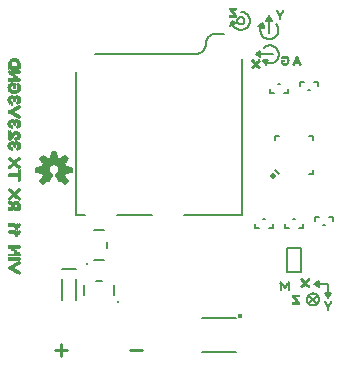
<source format=gbo>
G75*
%MOIN*%
%OFA0B0*%
%FSLAX25Y25*%
%IPPOS*%
%LPD*%
%AMOC8*
5,1,8,0,0,1.08239X$1,22.5*
%
%ADD10C,0.00800*%
%ADD11C,0.01000*%
%ADD12C,0.00591*%
%ADD13C,0.01000*%
%ADD14C,0.01575*%
%ADD15R,0.00354X0.00118*%
%ADD16R,0.00591X0.00157*%
%ADD17R,0.00709X0.00157*%
%ADD18R,0.00827X0.00118*%
%ADD19R,0.00945X0.00118*%
%ADD20R,0.01063X0.00118*%
%ADD21R,0.01063X0.00157*%
%ADD22R,0.02008X0.00157*%
%ADD23R,0.01772X0.00118*%
%ADD24R,0.01535X0.00118*%
%ADD25R,0.01299X0.00118*%
%ADD26R,0.01654X0.00118*%
%ADD27R,0.01890X0.00157*%
%ADD28R,0.02126X0.00118*%
%ADD29R,0.00472X0.00118*%
%ADD30R,0.00236X0.00118*%
%ADD31R,0.00709X0.00118*%
%ADD32R,0.00945X0.00157*%
%ADD33R,0.01299X0.00157*%
%ADD34R,0.01181X0.00118*%
%ADD35R,0.00827X0.00157*%
%ADD36R,0.00591X0.00118*%
%ADD37R,0.01890X0.00118*%
%ADD38R,0.02362X0.00157*%
%ADD39R,0.02480X0.00118*%
%ADD40R,0.02244X0.00118*%
%ADD41R,0.02480X0.00157*%
%ADD42R,0.02362X0.00118*%
%ADD43R,0.01417X0.00157*%
%ADD44R,0.00118X0.00118*%
%ADD45R,0.01417X0.00118*%
%ADD46R,0.02008X0.00118*%
%ADD47R,0.01772X0.00157*%
%ADD48R,0.01535X0.00157*%
%ADD49R,0.02717X0.00118*%
%ADD50R,0.02953X0.00157*%
%ADD51R,0.01181X0.00157*%
%ADD52R,0.03425X0.00118*%
%ADD53C,0.02000*%
%ADD54R,0.00157X0.00315*%
%ADD55R,0.00157X0.00157*%
%ADD56R,0.00157X0.00787*%
%ADD57R,0.00157X0.00945*%
%ADD58R,0.00157X0.01102*%
%ADD59R,0.00157X0.01260*%
%ADD60R,0.00157X0.01417*%
%ADD61R,0.00157X0.01575*%
%ADD62R,0.00157X0.01732*%
%ADD63R,0.00157X0.01890*%
%ADD64R,0.00157X0.02047*%
%ADD65R,0.00157X0.02205*%
%ADD66R,0.00157X0.02362*%
%ADD67R,0.00157X0.00630*%
%ADD68R,0.00157X0.02677*%
%ADD69R,0.00157X0.02992*%
%ADD70R,0.00157X0.02520*%
%ADD71R,0.00157X0.00472*%
%ADD72R,0.00157X0.02835*%
%ADD73R,0.00157X0.03150*%
%ADD74R,0.00157X0.03307*%
%ADD75R,0.00157X0.03465*%
%ADD76R,0.00157X0.03937*%
%ADD77R,0.00157X0.04094*%
%ADD78R,0.00157X0.03780*%
D10*
X0179128Y0096457D02*
X0179128Y0103543D01*
X0184049Y0103543D02*
X0184049Y0096457D01*
X0186588Y0098309D02*
X0186588Y0101691D01*
X0190532Y0102791D02*
X0192645Y0102791D01*
X0196588Y0101691D02*
X0196588Y0098309D01*
X0184049Y0106969D02*
X0179128Y0106969D01*
X0189898Y0110000D02*
X0193279Y0110000D01*
X0194379Y0113943D02*
X0194379Y0116057D01*
X0193279Y0120000D02*
X0189898Y0120000D01*
X0186844Y0125000D02*
X0184088Y0125000D01*
X0184088Y0172638D01*
X0190388Y0178543D02*
X0223458Y0178543D01*
X0223584Y0178548D01*
X0223709Y0178557D01*
X0223834Y0178570D01*
X0223958Y0178587D01*
X0224082Y0178607D01*
X0224205Y0178631D01*
X0224327Y0178659D01*
X0224448Y0178691D01*
X0224568Y0178727D01*
X0224687Y0178766D01*
X0224805Y0178809D01*
X0224921Y0178856D01*
X0225036Y0178906D01*
X0225150Y0178960D01*
X0225261Y0179018D01*
X0225371Y0179078D01*
X0225478Y0179143D01*
X0225584Y0179210D01*
X0225688Y0179281D01*
X0225789Y0179355D01*
X0225888Y0179432D01*
X0225985Y0179512D01*
X0226079Y0179595D01*
X0226170Y0179680D01*
X0226259Y0179769D01*
X0226344Y0179860D01*
X0226427Y0179954D01*
X0226507Y0180051D01*
X0226584Y0180150D01*
X0226658Y0180251D01*
X0226729Y0180355D01*
X0226796Y0180461D01*
X0226861Y0180568D01*
X0226921Y0180678D01*
X0226979Y0180789D01*
X0227033Y0180903D01*
X0227083Y0181018D01*
X0227130Y0181134D01*
X0227173Y0181252D01*
X0227212Y0181371D01*
X0227248Y0181491D01*
X0227280Y0181612D01*
X0227308Y0181734D01*
X0227332Y0181857D01*
X0227352Y0181981D01*
X0227369Y0182105D01*
X0227382Y0182230D01*
X0227391Y0182355D01*
X0227396Y0182481D01*
X0227396Y0182480D02*
X0227390Y0182581D01*
X0227388Y0182681D01*
X0227390Y0182782D01*
X0227396Y0182882D01*
X0227406Y0182982D01*
X0227420Y0183082D01*
X0227438Y0183181D01*
X0227460Y0183279D01*
X0227485Y0183376D01*
X0227514Y0183473D01*
X0227547Y0183568D01*
X0227584Y0183661D01*
X0227625Y0183753D01*
X0227669Y0183844D01*
X0227716Y0183933D01*
X0227767Y0184019D01*
X0227821Y0184104D01*
X0227879Y0184187D01*
X0227939Y0184267D01*
X0228003Y0184344D01*
X0228070Y0184420D01*
X0228140Y0184492D01*
X0228212Y0184562D01*
X0228288Y0184629D01*
X0228365Y0184693D01*
X0228445Y0184753D01*
X0228528Y0184811D01*
X0228613Y0184865D01*
X0228699Y0184916D01*
X0228788Y0184963D01*
X0228879Y0185007D01*
X0228971Y0185048D01*
X0229064Y0185085D01*
X0229159Y0185118D01*
X0229256Y0185147D01*
X0229353Y0185172D01*
X0229451Y0185194D01*
X0229550Y0185212D01*
X0229650Y0185226D01*
X0229750Y0185236D01*
X0229850Y0185242D01*
X0229951Y0185244D01*
X0230051Y0185242D01*
X0230152Y0185236D01*
X0230151Y0185236D02*
X0233301Y0185236D01*
X0235388Y0188000D02*
X0235888Y0189700D01*
X0237188Y0188800D01*
X0235388Y0188000D01*
X0235988Y0188400D02*
X0236288Y0188800D01*
X0236388Y0189200D02*
X0235888Y0189200D01*
X0235888Y0189700D02*
X0235890Y0189591D01*
X0235896Y0189483D01*
X0235906Y0189374D01*
X0235919Y0189267D01*
X0235937Y0189159D01*
X0235959Y0189053D01*
X0235984Y0188947D01*
X0236013Y0188842D01*
X0236046Y0188739D01*
X0236083Y0188636D01*
X0236123Y0188535D01*
X0236167Y0188436D01*
X0236215Y0188338D01*
X0236266Y0188242D01*
X0236321Y0188148D01*
X0236379Y0188056D01*
X0236440Y0187966D01*
X0236504Y0187879D01*
X0236572Y0187793D01*
X0236642Y0187711D01*
X0236716Y0187631D01*
X0236792Y0187553D01*
X0236872Y0187479D01*
X0236953Y0187407D01*
X0237038Y0187338D01*
X0237125Y0187273D01*
X0237214Y0187211D01*
X0237305Y0187152D01*
X0237398Y0187096D01*
X0237494Y0187044D01*
X0237591Y0186995D01*
X0237690Y0186950D01*
X0237790Y0186908D01*
X0237892Y0186870D01*
X0237995Y0186836D01*
X0238100Y0186805D01*
X0238205Y0186779D01*
X0238312Y0186756D01*
X0238419Y0186737D01*
X0238526Y0186722D01*
X0238635Y0186711D01*
X0238743Y0186704D01*
X0238852Y0186700D01*
X0238960Y0186701D01*
X0239069Y0186705D01*
X0239178Y0186714D01*
X0239286Y0186726D01*
X0239393Y0186743D01*
X0239500Y0186763D01*
X0239606Y0186787D01*
X0239711Y0186815D01*
X0239815Y0186847D01*
X0239918Y0186882D01*
X0240019Y0186921D01*
X0240119Y0186964D01*
X0240218Y0187011D01*
X0240314Y0187061D01*
X0240409Y0187114D01*
X0240502Y0187171D01*
X0240592Y0187231D01*
X0240681Y0187294D01*
X0240767Y0187361D01*
X0240850Y0187431D01*
X0240931Y0187503D01*
X0241009Y0187579D01*
X0241085Y0187657D01*
X0241157Y0187738D01*
X0241227Y0187821D01*
X0241294Y0187907D01*
X0241357Y0187996D01*
X0241417Y0188086D01*
X0241474Y0188179D01*
X0241527Y0188274D01*
X0241577Y0188370D01*
X0241624Y0188469D01*
X0241667Y0188569D01*
X0241706Y0188670D01*
X0241741Y0188773D01*
X0241773Y0188877D01*
X0241801Y0188982D01*
X0241825Y0189088D01*
X0241845Y0189195D01*
X0241862Y0189302D01*
X0241874Y0189410D01*
X0241883Y0189519D01*
X0241887Y0189628D01*
X0241888Y0189736D01*
X0241884Y0189845D01*
X0241877Y0189953D01*
X0241866Y0190062D01*
X0241851Y0190169D01*
X0241832Y0190276D01*
X0241809Y0190383D01*
X0241783Y0190488D01*
X0241752Y0190593D01*
X0241718Y0190696D01*
X0241680Y0190798D01*
X0241638Y0190898D01*
X0241593Y0190997D01*
X0241544Y0191094D01*
X0241492Y0191190D01*
X0241436Y0191283D01*
X0241377Y0191374D01*
X0241315Y0191463D01*
X0241250Y0191550D01*
X0241181Y0191635D01*
X0241109Y0191716D01*
X0241035Y0191796D01*
X0240957Y0191872D01*
X0240877Y0191946D01*
X0240795Y0192016D01*
X0240709Y0192084D01*
X0240622Y0192148D01*
X0240532Y0192209D01*
X0240440Y0192267D01*
X0240346Y0192322D01*
X0240250Y0192373D01*
X0240152Y0192421D01*
X0240053Y0192465D01*
X0239952Y0192505D01*
X0239849Y0192542D01*
X0239746Y0192575D01*
X0239641Y0192604D01*
X0239535Y0192629D01*
X0239429Y0192651D01*
X0239321Y0192669D01*
X0239214Y0192682D01*
X0239105Y0192692D01*
X0238997Y0192698D01*
X0238888Y0192700D01*
X0237688Y0189700D02*
X0237690Y0189769D01*
X0237696Y0189838D01*
X0237706Y0189906D01*
X0237720Y0189974D01*
X0237737Y0190041D01*
X0237759Y0190107D01*
X0237784Y0190171D01*
X0237813Y0190234D01*
X0237846Y0190295D01*
X0237882Y0190354D01*
X0237921Y0190411D01*
X0237964Y0190465D01*
X0238009Y0190517D01*
X0238058Y0190567D01*
X0238109Y0190613D01*
X0238163Y0190656D01*
X0238220Y0190697D01*
X0238278Y0190733D01*
X0238339Y0190767D01*
X0238401Y0190797D01*
X0238465Y0190823D01*
X0238530Y0190845D01*
X0238597Y0190864D01*
X0238665Y0190879D01*
X0238733Y0190890D01*
X0238802Y0190897D01*
X0238871Y0190900D01*
X0238940Y0190899D01*
X0239009Y0190894D01*
X0239077Y0190885D01*
X0239145Y0190872D01*
X0239212Y0190855D01*
X0239279Y0190835D01*
X0239343Y0190810D01*
X0239406Y0190782D01*
X0239468Y0190751D01*
X0239527Y0190715D01*
X0239585Y0190677D01*
X0239640Y0190635D01*
X0239693Y0190590D01*
X0239743Y0190542D01*
X0239790Y0190492D01*
X0239834Y0190438D01*
X0239875Y0190383D01*
X0239913Y0190325D01*
X0239947Y0190265D01*
X0239978Y0190203D01*
X0240005Y0190139D01*
X0240028Y0190074D01*
X0240048Y0190008D01*
X0240064Y0189940D01*
X0240076Y0189872D01*
X0240084Y0189804D01*
X0240088Y0189735D01*
X0240088Y0189665D01*
X0240084Y0189596D01*
X0240076Y0189528D01*
X0240064Y0189460D01*
X0240048Y0189392D01*
X0240028Y0189326D01*
X0240005Y0189261D01*
X0239978Y0189197D01*
X0239947Y0189135D01*
X0239913Y0189075D01*
X0239875Y0189017D01*
X0239834Y0188962D01*
X0239790Y0188908D01*
X0239743Y0188858D01*
X0239693Y0188810D01*
X0239640Y0188765D01*
X0239585Y0188723D01*
X0239527Y0188685D01*
X0239468Y0188649D01*
X0239406Y0188618D01*
X0239343Y0188590D01*
X0239279Y0188565D01*
X0239212Y0188545D01*
X0239145Y0188528D01*
X0239077Y0188515D01*
X0239009Y0188506D01*
X0238940Y0188501D01*
X0238871Y0188500D01*
X0238802Y0188503D01*
X0238733Y0188510D01*
X0238665Y0188521D01*
X0238597Y0188536D01*
X0238530Y0188555D01*
X0238465Y0188577D01*
X0238401Y0188603D01*
X0238339Y0188633D01*
X0238278Y0188667D01*
X0238220Y0188703D01*
X0238163Y0188744D01*
X0238109Y0188787D01*
X0238058Y0188833D01*
X0238009Y0188883D01*
X0237964Y0188935D01*
X0237921Y0188989D01*
X0237882Y0189046D01*
X0237846Y0189105D01*
X0237813Y0189166D01*
X0237784Y0189229D01*
X0237759Y0189293D01*
X0237737Y0189359D01*
X0237720Y0189426D01*
X0237706Y0189494D01*
X0237696Y0189562D01*
X0237690Y0189631D01*
X0237688Y0189700D01*
X0244756Y0187994D02*
X0246339Y0188790D01*
X0246570Y0187226D01*
X0244756Y0187994D01*
X0247388Y0189700D02*
X0248388Y0191200D01*
X0248388Y0185600D01*
X0250578Y0188650D02*
X0250651Y0188569D01*
X0250721Y0188486D01*
X0250788Y0188400D01*
X0250852Y0188312D01*
X0250912Y0188221D01*
X0250969Y0188129D01*
X0251023Y0188034D01*
X0251073Y0187938D01*
X0251120Y0187840D01*
X0251163Y0187740D01*
X0251203Y0187639D01*
X0251238Y0187536D01*
X0251270Y0187432D01*
X0251299Y0187327D01*
X0251323Y0187221D01*
X0251344Y0187114D01*
X0251360Y0187007D01*
X0251373Y0186899D01*
X0251382Y0186790D01*
X0251387Y0186682D01*
X0251388Y0186573D01*
X0251385Y0186464D01*
X0251378Y0186356D01*
X0251367Y0186248D01*
X0251353Y0186140D01*
X0251334Y0186033D01*
X0251311Y0185926D01*
X0251285Y0185821D01*
X0251255Y0185716D01*
X0251221Y0185613D01*
X0251183Y0185511D01*
X0251142Y0185410D01*
X0251097Y0185311D01*
X0251049Y0185214D01*
X0250997Y0185119D01*
X0250941Y0185025D01*
X0250883Y0184933D01*
X0250820Y0184844D01*
X0250755Y0184757D01*
X0250687Y0184673D01*
X0250616Y0184591D01*
X0250541Y0184511D01*
X0250464Y0184434D01*
X0250384Y0184361D01*
X0250302Y0184290D01*
X0250217Y0184222D01*
X0250129Y0184157D01*
X0250040Y0184096D01*
X0249948Y0184037D01*
X0249854Y0183983D01*
X0249758Y0183931D01*
X0249661Y0183883D01*
X0249561Y0183839D01*
X0249460Y0183798D01*
X0249358Y0183761D01*
X0249255Y0183728D01*
X0249150Y0183698D01*
X0249044Y0183673D01*
X0248938Y0183651D01*
X0248831Y0183633D01*
X0248723Y0183619D01*
X0248615Y0183609D01*
X0248506Y0183602D01*
X0248397Y0183600D01*
X0248289Y0183602D01*
X0248180Y0183607D01*
X0248072Y0183617D01*
X0247964Y0183630D01*
X0247856Y0183647D01*
X0247750Y0183669D01*
X0247644Y0183694D01*
X0247539Y0183723D01*
X0247435Y0183755D01*
X0247333Y0183792D01*
X0247232Y0183832D01*
X0247132Y0183875D01*
X0247034Y0183923D01*
X0246938Y0183974D01*
X0246844Y0184028D01*
X0246752Y0184086D01*
X0246662Y0184146D01*
X0246574Y0184211D01*
X0246488Y0184278D01*
X0246406Y0184348D01*
X0246325Y0184422D01*
X0246248Y0184498D01*
X0246173Y0184577D01*
X0246101Y0184658D01*
X0246032Y0184743D01*
X0245966Y0184829D01*
X0245904Y0184918D01*
X0245844Y0185009D01*
X0245789Y0185102D01*
X0245736Y0185198D01*
X0245687Y0185295D01*
X0245641Y0185393D01*
X0245599Y0185494D01*
X0245561Y0185596D01*
X0245527Y0185699D01*
X0245496Y0185803D01*
X0245469Y0185908D01*
X0245446Y0186015D01*
X0245426Y0186122D01*
X0245411Y0186229D01*
X0245400Y0186337D01*
X0245392Y0186446D01*
X0245388Y0186554D01*
X0245389Y0186663D01*
X0245393Y0186772D01*
X0245401Y0186880D01*
X0245413Y0186988D01*
X0245429Y0187096D01*
X0245449Y0187203D01*
X0245473Y0187309D01*
X0245501Y0187414D01*
X0245532Y0187518D01*
X0245567Y0187621D01*
X0245606Y0187723D01*
X0245649Y0187823D01*
X0245695Y0187921D01*
X0245744Y0188018D01*
X0245797Y0188113D01*
X0245854Y0188206D01*
X0245914Y0188297D01*
X0245977Y0188385D01*
X0246043Y0188471D01*
X0246113Y0188555D01*
X0246185Y0188636D01*
X0246260Y0188715D01*
X0246338Y0188790D01*
X0247388Y0189700D02*
X0249388Y0189700D01*
X0248388Y0191200D01*
X0245388Y0179700D02*
X0243888Y0178700D01*
X0245388Y0177700D01*
X0245388Y0179700D01*
X0243988Y0178700D02*
X0249488Y0178700D01*
X0246438Y0180690D02*
X0246519Y0180763D01*
X0246602Y0180833D01*
X0246688Y0180900D01*
X0246776Y0180964D01*
X0246867Y0181024D01*
X0246959Y0181081D01*
X0247054Y0181135D01*
X0247150Y0181185D01*
X0247248Y0181232D01*
X0247348Y0181275D01*
X0247449Y0181315D01*
X0247552Y0181350D01*
X0247656Y0181382D01*
X0247761Y0181411D01*
X0247867Y0181435D01*
X0247974Y0181456D01*
X0248081Y0181472D01*
X0248189Y0181485D01*
X0248298Y0181494D01*
X0248406Y0181499D01*
X0248515Y0181500D01*
X0248624Y0181497D01*
X0248732Y0181490D01*
X0248840Y0181479D01*
X0248948Y0181465D01*
X0249055Y0181446D01*
X0249162Y0181423D01*
X0249267Y0181397D01*
X0249372Y0181367D01*
X0249475Y0181333D01*
X0249577Y0181295D01*
X0249678Y0181254D01*
X0249777Y0181209D01*
X0249874Y0181161D01*
X0249969Y0181109D01*
X0250063Y0181053D01*
X0250155Y0180995D01*
X0250244Y0180932D01*
X0250331Y0180867D01*
X0250415Y0180799D01*
X0250497Y0180728D01*
X0250577Y0180653D01*
X0250654Y0180576D01*
X0250727Y0180496D01*
X0250798Y0180414D01*
X0250866Y0180329D01*
X0250931Y0180241D01*
X0250992Y0180152D01*
X0251051Y0180060D01*
X0251105Y0179966D01*
X0251157Y0179870D01*
X0251205Y0179773D01*
X0251249Y0179673D01*
X0251290Y0179572D01*
X0251327Y0179470D01*
X0251360Y0179367D01*
X0251390Y0179262D01*
X0251415Y0179156D01*
X0251437Y0179050D01*
X0251455Y0178943D01*
X0251469Y0178835D01*
X0251479Y0178727D01*
X0251486Y0178618D01*
X0251488Y0178509D01*
X0251486Y0178401D01*
X0251481Y0178292D01*
X0251471Y0178184D01*
X0251458Y0178076D01*
X0251441Y0177968D01*
X0251419Y0177862D01*
X0251394Y0177756D01*
X0251365Y0177651D01*
X0251333Y0177547D01*
X0251296Y0177445D01*
X0251256Y0177344D01*
X0251213Y0177244D01*
X0251165Y0177146D01*
X0251114Y0177050D01*
X0251060Y0176956D01*
X0251002Y0176864D01*
X0250942Y0176774D01*
X0250877Y0176686D01*
X0250810Y0176600D01*
X0250740Y0176518D01*
X0250666Y0176437D01*
X0250590Y0176360D01*
X0250511Y0176285D01*
X0250430Y0176213D01*
X0250345Y0176144D01*
X0250259Y0176078D01*
X0250170Y0176016D01*
X0250079Y0175956D01*
X0249986Y0175901D01*
X0249890Y0175848D01*
X0249793Y0175799D01*
X0249695Y0175753D01*
X0249594Y0175711D01*
X0249492Y0175673D01*
X0249389Y0175639D01*
X0249285Y0175608D01*
X0249180Y0175581D01*
X0249073Y0175558D01*
X0248966Y0175538D01*
X0248859Y0175523D01*
X0248751Y0175512D01*
X0248642Y0175504D01*
X0248534Y0175500D01*
X0248425Y0175501D01*
X0248316Y0175505D01*
X0248208Y0175513D01*
X0248100Y0175525D01*
X0247992Y0175541D01*
X0247885Y0175561D01*
X0247779Y0175585D01*
X0247674Y0175613D01*
X0247570Y0175644D01*
X0247467Y0175679D01*
X0247365Y0175718D01*
X0247265Y0175761D01*
X0247167Y0175807D01*
X0247070Y0175856D01*
X0246975Y0175909D01*
X0246882Y0175966D01*
X0246791Y0176026D01*
X0246703Y0176089D01*
X0246617Y0176155D01*
X0246533Y0176225D01*
X0246452Y0176297D01*
X0246373Y0176372D01*
X0246298Y0176450D01*
X0247094Y0174867D01*
X0247862Y0176681D01*
X0246298Y0176450D01*
X0239207Y0176969D02*
X0239207Y0125000D01*
X0219915Y0125000D01*
X0209285Y0125000D02*
X0197474Y0125000D01*
X0243734Y0122067D02*
X0243734Y0120689D01*
X0244915Y0120689D01*
X0248262Y0120689D02*
X0249443Y0120689D01*
X0249443Y0122067D01*
X0246884Y0123445D02*
X0246293Y0123445D01*
X0253734Y0122067D02*
X0253734Y0120689D01*
X0254915Y0120689D01*
X0258262Y0120689D02*
X0259443Y0120689D01*
X0259443Y0122067D01*
X0256884Y0123445D02*
X0256293Y0123445D01*
X0263734Y0122933D02*
X0263734Y0124311D01*
X0264915Y0124311D01*
X0266293Y0121555D02*
X0266884Y0121555D01*
X0269443Y0122933D02*
X0269443Y0124311D01*
X0268262Y0124311D01*
X0259049Y0113937D02*
X0254128Y0113937D01*
X0254128Y0106063D01*
X0259049Y0106063D01*
X0259049Y0113937D01*
X0264888Y0102834D02*
X0264888Y0100834D01*
X0263388Y0101834D01*
X0264888Y0102834D01*
X0263388Y0101834D02*
X0267888Y0101834D01*
X0267888Y0097334D01*
X0268888Y0098834D01*
X0266888Y0098834D01*
X0267888Y0097334D01*
X0264188Y0098034D02*
X0261688Y0095634D01*
X0260888Y0096800D02*
X0260890Y0096889D01*
X0260896Y0096978D01*
X0260906Y0097067D01*
X0260920Y0097155D01*
X0260937Y0097242D01*
X0260959Y0097328D01*
X0260985Y0097414D01*
X0261014Y0097498D01*
X0261047Y0097581D01*
X0261083Y0097662D01*
X0261124Y0097742D01*
X0261167Y0097819D01*
X0261214Y0097895D01*
X0261265Y0097968D01*
X0261318Y0098039D01*
X0261375Y0098108D01*
X0261435Y0098174D01*
X0261498Y0098238D01*
X0261563Y0098298D01*
X0261631Y0098356D01*
X0261702Y0098410D01*
X0261775Y0098461D01*
X0261850Y0098509D01*
X0261927Y0098554D01*
X0262006Y0098595D01*
X0262087Y0098632D01*
X0262169Y0098666D01*
X0262253Y0098697D01*
X0262338Y0098723D01*
X0262424Y0098746D01*
X0262511Y0098764D01*
X0262599Y0098779D01*
X0262688Y0098790D01*
X0262777Y0098797D01*
X0262866Y0098800D01*
X0262955Y0098799D01*
X0263044Y0098794D01*
X0263132Y0098785D01*
X0263221Y0098772D01*
X0263308Y0098755D01*
X0263395Y0098735D01*
X0263481Y0098710D01*
X0263565Y0098682D01*
X0263648Y0098650D01*
X0263730Y0098614D01*
X0263810Y0098575D01*
X0263888Y0098532D01*
X0263964Y0098486D01*
X0264038Y0098436D01*
X0264110Y0098383D01*
X0264179Y0098327D01*
X0264246Y0098268D01*
X0264310Y0098206D01*
X0264371Y0098142D01*
X0264430Y0098074D01*
X0264485Y0098004D01*
X0264537Y0097932D01*
X0264586Y0097857D01*
X0264631Y0097781D01*
X0264673Y0097702D01*
X0264711Y0097622D01*
X0264746Y0097540D01*
X0264777Y0097456D01*
X0264805Y0097371D01*
X0264828Y0097285D01*
X0264848Y0097198D01*
X0264864Y0097111D01*
X0264876Y0097022D01*
X0264884Y0096934D01*
X0264888Y0096845D01*
X0264888Y0096755D01*
X0264884Y0096666D01*
X0264876Y0096578D01*
X0264864Y0096489D01*
X0264848Y0096402D01*
X0264828Y0096315D01*
X0264805Y0096229D01*
X0264777Y0096144D01*
X0264746Y0096060D01*
X0264711Y0095978D01*
X0264673Y0095898D01*
X0264631Y0095819D01*
X0264586Y0095743D01*
X0264537Y0095668D01*
X0264485Y0095596D01*
X0264430Y0095526D01*
X0264371Y0095458D01*
X0264310Y0095394D01*
X0264246Y0095332D01*
X0264179Y0095273D01*
X0264110Y0095217D01*
X0264038Y0095164D01*
X0263964Y0095114D01*
X0263888Y0095068D01*
X0263810Y0095025D01*
X0263730Y0094986D01*
X0263648Y0094950D01*
X0263565Y0094918D01*
X0263481Y0094890D01*
X0263395Y0094865D01*
X0263308Y0094845D01*
X0263221Y0094828D01*
X0263132Y0094815D01*
X0263044Y0094806D01*
X0262955Y0094801D01*
X0262866Y0094800D01*
X0262777Y0094803D01*
X0262688Y0094810D01*
X0262599Y0094821D01*
X0262511Y0094836D01*
X0262424Y0094854D01*
X0262338Y0094877D01*
X0262253Y0094903D01*
X0262169Y0094934D01*
X0262087Y0094968D01*
X0262006Y0095005D01*
X0261927Y0095046D01*
X0261850Y0095091D01*
X0261775Y0095139D01*
X0261702Y0095190D01*
X0261631Y0095244D01*
X0261563Y0095302D01*
X0261498Y0095362D01*
X0261435Y0095426D01*
X0261375Y0095492D01*
X0261318Y0095561D01*
X0261265Y0095632D01*
X0261214Y0095705D01*
X0261167Y0095781D01*
X0261124Y0095858D01*
X0261083Y0095938D01*
X0261047Y0096019D01*
X0261014Y0096102D01*
X0260985Y0096186D01*
X0260959Y0096272D01*
X0260937Y0096358D01*
X0260920Y0096445D01*
X0260906Y0096533D01*
X0260896Y0096622D01*
X0260890Y0096711D01*
X0260888Y0096800D01*
X0261688Y0098034D02*
X0264088Y0095634D01*
X0237100Y0090610D02*
X0226077Y0090610D01*
X0226077Y0079390D02*
X0237100Y0079390D01*
X0251667Y0138701D02*
X0250289Y0140079D01*
X0261510Y0138701D02*
X0262888Y0138701D01*
X0262888Y0140079D01*
X0262888Y0149921D02*
X0262888Y0151299D01*
X0261510Y0151299D01*
X0251667Y0151299D02*
X0250289Y0151299D01*
X0250289Y0149921D01*
X0249915Y0165689D02*
X0248734Y0165689D01*
X0248734Y0167067D01*
X0251293Y0168445D02*
X0251884Y0168445D01*
X0254443Y0167067D02*
X0254443Y0165689D01*
X0253262Y0165689D01*
X0258734Y0167933D02*
X0258734Y0169311D01*
X0259915Y0169311D01*
X0261293Y0166555D02*
X0261884Y0166555D01*
X0264443Y0167933D02*
X0264443Y0169311D01*
X0263262Y0169311D01*
D11*
X0180888Y0080000D02*
X0176888Y0080000D01*
X0178888Y0082000D02*
X0178888Y0078000D01*
X0201788Y0080000D02*
X0205788Y0080000D01*
D12*
X0180224Y0135346D02*
X0178740Y0136557D01*
X0178142Y0136249D01*
X0177295Y0138295D01*
X0177673Y0138507D01*
X0177992Y0138801D01*
X0178233Y0139162D01*
X0178383Y0139569D01*
X0178434Y0140000D01*
X0178381Y0140439D01*
X0178225Y0140852D01*
X0177976Y0141217D01*
X0177647Y0141511D01*
X0177257Y0141720D01*
X0176829Y0141829D01*
X0176388Y0141834D01*
X0175958Y0141734D01*
X0175564Y0141534D01*
X0175228Y0141246D01*
X0174971Y0140887D01*
X0174806Y0140477D01*
X0174744Y0140040D01*
X0174787Y0139600D01*
X0174934Y0139184D01*
X0175175Y0138814D01*
X0175497Y0138512D01*
X0175882Y0138295D01*
X0175034Y0136249D01*
X0174437Y0136557D01*
X0172953Y0135346D01*
X0171935Y0136364D01*
X0173145Y0137848D01*
X0172837Y0138446D01*
X0172632Y0139087D01*
X0170727Y0139280D01*
X0170727Y0140720D01*
X0172632Y0140913D01*
X0172837Y0141554D01*
X0173145Y0142152D01*
X0171935Y0143636D01*
X0172953Y0144654D01*
X0174437Y0143443D01*
X0175035Y0143751D01*
X0175675Y0143956D01*
X0175869Y0145861D01*
X0177308Y0145861D01*
X0177502Y0143956D01*
X0178142Y0143751D01*
X0178740Y0143443D01*
X0180224Y0144654D01*
X0181242Y0143636D01*
X0180032Y0142152D01*
X0180340Y0141554D01*
X0180545Y0140913D01*
X0182450Y0140720D01*
X0182450Y0139280D01*
X0180545Y0139087D01*
X0180340Y0138446D01*
X0180032Y0137848D01*
X0181242Y0136364D01*
X0180224Y0135346D01*
X0180551Y0135673D02*
X0179823Y0135673D01*
X0179101Y0136263D02*
X0181140Y0136263D01*
X0180845Y0136852D02*
X0177893Y0136852D01*
X0177649Y0137441D02*
X0180364Y0137441D01*
X0180125Y0138030D02*
X0177405Y0138030D01*
X0177794Y0138619D02*
X0180395Y0138619D01*
X0181737Y0139208D02*
X0178250Y0139208D01*
X0178410Y0139797D02*
X0182450Y0139797D01*
X0182450Y0140386D02*
X0178387Y0140386D01*
X0178141Y0140975D02*
X0180525Y0140975D01*
X0180334Y0141564D02*
X0177548Y0141564D01*
X0175623Y0141564D02*
X0172842Y0141564D01*
X0172652Y0140975D02*
X0175034Y0140975D01*
X0174793Y0140386D02*
X0170727Y0140386D01*
X0170727Y0139797D02*
X0174768Y0139797D01*
X0174925Y0139208D02*
X0171440Y0139208D01*
X0172782Y0138619D02*
X0175383Y0138619D01*
X0175772Y0138030D02*
X0173052Y0138030D01*
X0172813Y0137441D02*
X0175528Y0137441D01*
X0175284Y0136852D02*
X0172332Y0136852D01*
X0172037Y0136263D02*
X0174076Y0136263D01*
X0175008Y0136263D02*
X0175040Y0136263D01*
X0173354Y0135673D02*
X0172626Y0135673D01*
X0178137Y0136263D02*
X0178169Y0136263D01*
X0180033Y0142153D02*
X0173144Y0142153D01*
X0172664Y0142742D02*
X0180513Y0142742D01*
X0180994Y0143331D02*
X0172183Y0143331D01*
X0172219Y0143920D02*
X0173852Y0143920D01*
X0173129Y0144509D02*
X0172808Y0144509D01*
X0175563Y0143920D02*
X0177614Y0143920D01*
X0177446Y0144509D02*
X0175731Y0144509D01*
X0175791Y0145098D02*
X0177386Y0145098D01*
X0177326Y0145688D02*
X0175851Y0145688D01*
X0179325Y0143920D02*
X0180957Y0143920D01*
X0180368Y0144509D02*
X0180047Y0144509D01*
D13*
X0187588Y0108700D03*
X0197888Y0096000D03*
D14*
X0238478Y0091102D03*
D15*
X0261458Y0100445D03*
X0261458Y0103555D03*
X0259333Y0103555D03*
X0267069Y0096055D03*
X0244958Y0173445D03*
X0244958Y0176555D03*
X0242833Y0176555D03*
X0251069Y0193055D03*
D16*
X0251069Y0192917D03*
X0252958Y0192917D03*
X0257577Y0177617D03*
X0244958Y0176417D03*
X0254840Y0102417D03*
X0261458Y0103417D03*
X0267069Y0095917D03*
X0268958Y0095917D03*
D17*
X0261518Y0100583D03*
X0259273Y0100583D03*
X0259273Y0103417D03*
X0252301Y0102417D03*
X0245018Y0173583D03*
X0242773Y0173583D03*
X0242773Y0176417D03*
X0258699Y0174783D03*
D18*
X0258758Y0174920D03*
X0258640Y0175117D03*
X0258168Y0176062D03*
X0258050Y0176338D03*
X0256987Y0176062D03*
X0256869Y0175983D03*
X0256514Y0175117D03*
X0256396Y0174920D03*
X0254640Y0175865D03*
X0254640Y0175983D03*
X0254640Y0176417D03*
X0254640Y0176535D03*
X0253459Y0177755D03*
X0252751Y0175590D03*
X0252751Y0175472D03*
X0252751Y0175393D03*
X0257577Y0177401D03*
X0244958Y0176280D03*
X0242833Y0176280D03*
X0244958Y0173720D03*
X0252014Y0190220D03*
X0252014Y0190339D03*
X0252014Y0190417D03*
X0252014Y0190693D03*
X0252014Y0190772D03*
X0252014Y0190890D03*
X0252014Y0191165D03*
X0252604Y0192110D03*
X0252958Y0192701D03*
X0252958Y0192780D03*
X0251305Y0192228D03*
X0259333Y0103280D03*
X0261458Y0103280D03*
X0261458Y0100720D03*
X0254840Y0100665D03*
X0254840Y0100783D03*
X0254840Y0100862D03*
X0254840Y0100390D03*
X0254840Y0100272D03*
X0254840Y0100193D03*
X0254840Y0099917D03*
X0254840Y0099839D03*
X0254840Y0099720D03*
X0253541Y0100390D03*
X0252242Y0100390D03*
X0252242Y0100272D03*
X0252242Y0100193D03*
X0252242Y0099917D03*
X0252242Y0099839D03*
X0252242Y0099720D03*
X0252242Y0100665D03*
X0252242Y0100783D03*
X0252242Y0100862D03*
X0252242Y0102280D03*
X0254840Y0102280D03*
X0268958Y0095780D03*
X0268958Y0095701D03*
X0268604Y0095110D03*
X0268014Y0094165D03*
X0268014Y0093890D03*
X0268014Y0093772D03*
X0268014Y0093693D03*
X0268014Y0093417D03*
X0268014Y0093339D03*
X0268014Y0093220D03*
X0267305Y0095228D03*
D19*
X0267246Y0095307D03*
X0267364Y0095110D03*
X0267128Y0095583D03*
X0267010Y0095701D03*
X0268663Y0095228D03*
X0268781Y0095307D03*
X0268899Y0095583D03*
X0261399Y0100839D03*
X0259628Y0101193D03*
X0259273Y0100720D03*
X0259392Y0103083D03*
X0261045Y0102728D03*
X0261399Y0103201D03*
X0254781Y0102201D03*
X0252301Y0102201D03*
X0256632Y0097228D03*
X0256750Y0097110D03*
X0256986Y0096717D03*
X0257104Y0096638D03*
X0257222Y0096362D03*
X0257340Y0096283D03*
X0257458Y0096165D03*
X0257577Y0095890D03*
X0257695Y0095772D03*
X0244899Y0173839D03*
X0243128Y0174193D03*
X0242773Y0173720D03*
X0242892Y0176083D03*
X0244545Y0175728D03*
X0244899Y0176201D03*
X0254463Y0175472D03*
X0254581Y0175590D03*
X0254581Y0176810D03*
X0257046Y0176338D03*
X0257518Y0177283D03*
X0258227Y0175983D03*
X0258699Y0175039D03*
X0256455Y0175039D03*
X0252663Y0192228D03*
X0252781Y0192307D03*
X0252899Y0192583D03*
X0251364Y0192110D03*
X0251246Y0192307D03*
X0251128Y0192583D03*
X0251010Y0192701D03*
X0236845Y0191472D03*
X0236727Y0191590D03*
X0236491Y0191983D03*
X0236373Y0192062D03*
X0236255Y0192338D03*
X0236136Y0192417D03*
X0236018Y0192535D03*
X0235900Y0192810D03*
X0235782Y0192928D03*
D20*
X0236550Y0191865D03*
X0236904Y0191393D03*
X0252014Y0191283D03*
X0254404Y0176928D03*
X0244840Y0176083D03*
X0244604Y0175807D03*
X0244486Y0175610D03*
X0243305Y0175610D03*
X0243187Y0175728D03*
X0243069Y0175807D03*
X0242833Y0176201D03*
X0243187Y0174272D03*
X0242951Y0173917D03*
X0242833Y0173839D03*
X0244486Y0174272D03*
X0244604Y0174193D03*
X0244840Y0173917D03*
X0259333Y0103201D03*
X0259569Y0102807D03*
X0259687Y0102728D03*
X0259805Y0102610D03*
X0260986Y0102610D03*
X0261104Y0102807D03*
X0261340Y0103083D03*
X0260986Y0101272D03*
X0261104Y0101193D03*
X0261340Y0100917D03*
X0259687Y0101272D03*
X0259451Y0100917D03*
X0259333Y0100839D03*
X0254722Y0102083D03*
X0253541Y0100665D03*
X0252360Y0102083D03*
X0256573Y0097307D03*
X0256927Y0096835D03*
X0268014Y0094283D03*
D21*
X0261222Y0101055D03*
X0260395Y0102000D03*
X0259569Y0101055D03*
X0259451Y0102945D03*
X0261222Y0102945D03*
X0257163Y0096500D03*
X0257518Y0096028D03*
X0244722Y0174055D03*
X0243895Y0175000D03*
X0243069Y0174055D03*
X0242951Y0175945D03*
X0244722Y0175945D03*
X0257577Y0177145D03*
X0236314Y0192200D03*
X0235959Y0192672D03*
D22*
X0243895Y0175472D03*
X0260395Y0102472D03*
D23*
X0260395Y0102335D03*
X0268014Y0094835D03*
X0257577Y0176417D03*
X0243895Y0175335D03*
X0252014Y0191835D03*
D24*
X0252014Y0191638D03*
X0243895Y0175217D03*
X0243895Y0174783D03*
X0260395Y0102217D03*
X0260395Y0101783D03*
X0254486Y0101335D03*
X0252596Y0101335D03*
X0268014Y0094638D03*
D25*
X0260395Y0101862D03*
X0260395Y0102138D03*
X0254604Y0101728D03*
X0253541Y0100783D03*
X0252478Y0101728D03*
X0253459Y0174645D03*
X0252987Y0175983D03*
X0257577Y0176928D03*
X0243895Y0175138D03*
X0243895Y0174862D03*
D26*
X0243836Y0174665D03*
X0257518Y0176535D03*
X0251955Y0191717D03*
X0260336Y0101665D03*
X0254427Y0101217D03*
X0252655Y0101217D03*
X0267955Y0094717D03*
D27*
X0260336Y0101528D03*
X0243836Y0174528D03*
D28*
X0243836Y0174390D03*
X0253518Y0177401D03*
X0260336Y0101390D03*
D29*
X0259273Y0100445D03*
X0242773Y0173445D03*
X0256455Y0174645D03*
X0258699Y0174645D03*
D30*
X0253518Y0174527D03*
X0252899Y0193055D03*
X0268899Y0096055D03*
D31*
X0267010Y0095780D03*
X0254699Y0176062D03*
X0254699Y0176338D03*
X0257518Y0177480D03*
X0251010Y0192780D03*
D32*
X0251128Y0192445D03*
X0251482Y0191972D03*
X0252545Y0191972D03*
X0252781Y0192445D03*
X0236609Y0191728D03*
X0254581Y0176672D03*
X0258109Y0176200D03*
X0256868Y0096972D03*
X0267128Y0095445D03*
X0267482Y0094972D03*
X0268545Y0094972D03*
X0268781Y0095445D03*
D33*
X0268014Y0094500D03*
X0252014Y0191500D03*
D34*
X0251955Y0191362D03*
X0257518Y0177007D03*
X0254345Y0175393D03*
X0252928Y0175865D03*
X0253046Y0176417D03*
X0252419Y0101807D03*
X0254663Y0101807D03*
X0267955Y0094362D03*
D35*
X0268014Y0094028D03*
X0268014Y0093555D03*
X0268014Y0093083D03*
X0254840Y0099583D03*
X0254840Y0100055D03*
X0254840Y0100528D03*
X0254840Y0101000D03*
X0253541Y0100528D03*
X0252242Y0100528D03*
X0252242Y0101000D03*
X0252242Y0100055D03*
X0252242Y0099583D03*
X0256396Y0174783D03*
X0256987Y0176200D03*
X0254758Y0176200D03*
X0254640Y0175728D03*
X0252751Y0175728D03*
X0252014Y0190083D03*
X0252014Y0190555D03*
X0252014Y0191028D03*
D36*
X0252014Y0189945D03*
X0252869Y0176928D03*
X0253541Y0100272D03*
X0252242Y0099445D03*
X0254840Y0099445D03*
X0268014Y0092945D03*
D37*
X0257104Y0094945D03*
X0253518Y0177480D03*
X0236373Y0193755D03*
D38*
X0236373Y0193617D03*
X0236373Y0193145D03*
X0236255Y0191255D03*
X0253636Y0177145D03*
X0257222Y0097445D03*
X0257104Y0095555D03*
X0257104Y0095083D03*
D39*
X0257163Y0095220D03*
X0257163Y0095299D03*
X0257163Y0095417D03*
X0257163Y0097583D03*
X0257163Y0097661D03*
X0257163Y0097780D03*
X0257577Y0175590D03*
X0253695Y0177007D03*
X0236314Y0190920D03*
X0236314Y0191039D03*
X0236314Y0191117D03*
X0236314Y0193283D03*
X0236314Y0193401D03*
X0236314Y0193480D03*
D40*
X0236314Y0193007D03*
X0253577Y0177283D03*
X0253459Y0175039D03*
X0257577Y0175865D03*
X0257163Y0095693D03*
D41*
X0257163Y0097917D03*
X0253577Y0175255D03*
X0257577Y0175728D03*
X0236314Y0190783D03*
D42*
X0236255Y0190645D03*
X0253518Y0175117D03*
X0257222Y0098055D03*
D43*
X0253046Y0176200D03*
X0253518Y0177617D03*
D44*
X0252869Y0176810D03*
X0257577Y0177755D03*
X0254840Y0102555D03*
X0252242Y0102555D03*
D45*
X0252537Y0101610D03*
X0253600Y0100862D03*
X0254545Y0101610D03*
X0253046Y0176062D03*
X0253046Y0176338D03*
X0257518Y0176810D03*
D46*
X0253459Y0174920D03*
D47*
X0253459Y0174783D03*
D48*
X0257577Y0176672D03*
X0254486Y0101472D03*
X0253541Y0101000D03*
X0252596Y0101472D03*
D49*
X0257577Y0175393D03*
X0257577Y0175472D03*
D50*
X0257577Y0175255D03*
D51*
X0254663Y0101945D03*
X0252419Y0101945D03*
D52*
X0253541Y0101138D03*
D53*
X0249541Y0137992D03*
D54*
X0165636Y0119197D03*
X0165636Y0111736D03*
X0165636Y0108744D03*
X0165636Y0105752D03*
X0165636Y0157717D03*
X0165636Y0160709D03*
X0161384Y0167299D03*
D55*
X0164376Y0168323D03*
X0165636Y0169898D03*
X0165636Y0172575D03*
X0165636Y0121480D03*
X0163746Y0120535D03*
X0163746Y0118173D03*
X0165636Y0114335D03*
X0165636Y0110240D03*
D56*
X0165478Y0108823D03*
X0161541Y0110240D03*
X0161541Y0111657D03*
X0161541Y0114335D03*
X0161541Y0119118D03*
X0161541Y0121480D03*
X0161541Y0126831D03*
X0161541Y0129035D03*
X0165478Y0130295D03*
X0161541Y0138091D03*
X0165478Y0140768D03*
X0162958Y0146803D03*
X0163746Y0150268D03*
X0162958Y0154173D03*
X0165478Y0157638D03*
X0165478Y0160787D03*
X0162958Y0162047D03*
X0161541Y0169898D03*
X0165478Y0169898D03*
X0161541Y0172575D03*
X0165478Y0105673D03*
D57*
X0163116Y0107957D03*
X0161699Y0107327D03*
X0165321Y0108902D03*
X0165478Y0110319D03*
X0165478Y0111736D03*
X0163588Y0111736D03*
X0163431Y0111736D03*
X0163273Y0111736D03*
X0163116Y0111736D03*
X0162958Y0111736D03*
X0162801Y0111736D03*
X0162644Y0111736D03*
X0162486Y0111736D03*
X0162329Y0111736D03*
X0162171Y0111736D03*
X0162014Y0111736D03*
X0161856Y0111736D03*
X0161699Y0111736D03*
X0165478Y0114413D03*
X0165478Y0119197D03*
X0165478Y0121559D03*
X0161699Y0119197D03*
X0161699Y0129114D03*
X0161699Y0130374D03*
X0161699Y0133209D03*
X0165478Y0133209D03*
X0161856Y0138012D03*
X0161699Y0138012D03*
X0161699Y0140689D03*
X0161699Y0143681D03*
X0165478Y0143681D03*
X0164376Y0147039D03*
X0165636Y0151291D03*
X0164376Y0154409D03*
X0165321Y0160866D03*
X0164376Y0162283D03*
X0165321Y0172496D03*
X0165478Y0172496D03*
X0161699Y0172496D03*
X0163273Y0176591D03*
X0163431Y0176591D03*
X0163746Y0176591D03*
D58*
X0163588Y0176669D03*
X0163903Y0176512D03*
X0164061Y0176512D03*
X0163116Y0176512D03*
X0162958Y0176512D03*
X0162958Y0173992D03*
X0162801Y0173992D03*
X0162644Y0173992D03*
X0163116Y0173992D03*
X0163273Y0173992D03*
X0163431Y0173992D03*
X0163588Y0173992D03*
X0163746Y0173992D03*
X0163903Y0173992D03*
X0164061Y0173992D03*
X0164218Y0173992D03*
X0164376Y0173992D03*
X0164533Y0173992D03*
X0164533Y0172575D03*
X0164376Y0172575D03*
X0164218Y0172575D03*
X0164061Y0172575D03*
X0163903Y0172575D03*
X0163746Y0172575D03*
X0163588Y0172575D03*
X0163431Y0172575D03*
X0164691Y0172575D03*
X0164848Y0172575D03*
X0165006Y0172575D03*
X0165163Y0172575D03*
X0163588Y0171157D03*
X0163588Y0169898D03*
X0163431Y0169898D03*
X0163273Y0169898D03*
X0163116Y0169898D03*
X0162958Y0169898D03*
X0162801Y0169898D03*
X0162644Y0169898D03*
X0162486Y0169898D03*
X0162329Y0169898D03*
X0162171Y0169898D03*
X0162014Y0169898D03*
X0161856Y0169898D03*
X0161699Y0169898D03*
X0162644Y0168480D03*
X0162801Y0168480D03*
X0162958Y0168480D03*
X0162801Y0165961D03*
X0163116Y0165803D03*
X0163273Y0165803D03*
X0163431Y0165803D03*
X0163588Y0165803D03*
X0163746Y0165803D03*
X0163903Y0165803D03*
X0164061Y0165803D03*
X0164218Y0164094D03*
X0164376Y0164094D03*
X0164533Y0164094D03*
X0165636Y0163150D03*
X0164533Y0162205D03*
X0165006Y0160787D03*
X0165163Y0160787D03*
X0164691Y0160630D03*
X0164376Y0160472D03*
X0164061Y0160315D03*
X0163903Y0160315D03*
X0163746Y0160157D03*
X0163588Y0160157D03*
X0163431Y0160000D03*
X0163273Y0160000D03*
X0163116Y0159843D03*
X0163116Y0158583D03*
X0163273Y0158583D03*
X0163431Y0158425D03*
X0163588Y0158425D03*
X0163746Y0158268D03*
X0163903Y0158268D03*
X0164061Y0158110D03*
X0164218Y0158110D03*
X0164376Y0157953D03*
X0164533Y0157953D03*
X0164691Y0157795D03*
X0164848Y0157795D03*
X0165006Y0157638D03*
X0165163Y0157638D03*
X0165321Y0157638D03*
X0164533Y0156220D03*
X0164376Y0156220D03*
X0164218Y0156220D03*
X0162801Y0156378D03*
X0162644Y0156378D03*
X0162486Y0156220D03*
X0162644Y0154173D03*
X0162801Y0154173D03*
X0164533Y0154331D03*
X0165636Y0155276D03*
X0161856Y0159213D03*
X0161699Y0159213D03*
X0162644Y0162047D03*
X0162801Y0162047D03*
X0162486Y0164094D03*
X0162644Y0164252D03*
X0162801Y0164252D03*
X0165636Y0167378D03*
X0165321Y0169898D03*
X0164376Y0152315D03*
X0164218Y0152315D03*
X0164061Y0152315D03*
X0163903Y0152315D03*
X0164533Y0150425D03*
X0164376Y0150268D03*
X0164218Y0150268D03*
X0164061Y0150268D03*
X0163903Y0150268D03*
X0164218Y0148850D03*
X0164376Y0148850D03*
X0164533Y0148850D03*
X0165636Y0147906D03*
X0164533Y0146961D03*
X0162801Y0146803D03*
X0162644Y0146803D03*
X0162486Y0148850D03*
X0162644Y0149008D03*
X0162801Y0149008D03*
X0165321Y0143602D03*
X0165321Y0140768D03*
X0161856Y0140768D03*
X0162014Y0138091D03*
X0162171Y0138091D03*
X0162329Y0138091D03*
X0162486Y0138091D03*
X0162644Y0138091D03*
X0162801Y0138091D03*
X0162958Y0138091D03*
X0163116Y0138091D03*
X0163273Y0138091D03*
X0163431Y0138091D03*
X0163588Y0138091D03*
X0163746Y0138091D03*
X0163903Y0138091D03*
X0164061Y0138091D03*
X0164218Y0138091D03*
X0164376Y0138091D03*
X0164533Y0138091D03*
X0164691Y0138091D03*
X0165321Y0130295D03*
X0164376Y0129035D03*
X0164218Y0129035D03*
X0164061Y0129035D03*
X0163903Y0129035D03*
X0162329Y0128878D03*
X0162014Y0129035D03*
X0161856Y0129035D03*
X0161856Y0130295D03*
X0161856Y0126831D03*
X0161699Y0126831D03*
X0162014Y0126831D03*
X0162171Y0126831D03*
X0162329Y0126831D03*
X0162486Y0126831D03*
X0163746Y0126831D03*
X0163903Y0126831D03*
X0164061Y0126831D03*
X0164218Y0126831D03*
X0164376Y0126831D03*
X0164533Y0126831D03*
X0163746Y0121480D03*
X0163588Y0121480D03*
X0163431Y0121480D03*
X0163273Y0121480D03*
X0163116Y0121480D03*
X0162958Y0121480D03*
X0162801Y0121480D03*
X0162644Y0121480D03*
X0162486Y0121480D03*
X0162329Y0121480D03*
X0162171Y0121480D03*
X0162014Y0121480D03*
X0161856Y0121480D03*
X0161699Y0121480D03*
X0161856Y0119118D03*
X0162014Y0119118D03*
X0162171Y0119118D03*
X0162329Y0119118D03*
X0162486Y0119118D03*
X0162644Y0119118D03*
X0162801Y0119118D03*
X0162958Y0119118D03*
X0163116Y0119118D03*
X0163273Y0119118D03*
X0163431Y0119118D03*
X0163588Y0119118D03*
X0163746Y0119118D03*
X0165321Y0119118D03*
X0165321Y0121480D03*
X0165321Y0114335D03*
X0165163Y0114335D03*
X0165006Y0114335D03*
X0164848Y0114335D03*
X0164691Y0114335D03*
X0164533Y0114335D03*
X0164376Y0114335D03*
X0164218Y0114335D03*
X0164061Y0114335D03*
X0163903Y0114335D03*
X0163746Y0114335D03*
X0163588Y0114335D03*
X0161699Y0114335D03*
X0165163Y0111815D03*
X0165321Y0111815D03*
X0165321Y0110240D03*
X0165163Y0110240D03*
X0165006Y0110240D03*
X0164848Y0110240D03*
X0164691Y0110240D03*
X0164533Y0110240D03*
X0164376Y0110240D03*
X0164218Y0110240D03*
X0164061Y0110240D03*
X0163903Y0110240D03*
X0163746Y0110240D03*
X0163588Y0110240D03*
X0163431Y0110240D03*
X0163273Y0110240D03*
X0163116Y0110240D03*
X0162958Y0110240D03*
X0162801Y0110240D03*
X0162644Y0110240D03*
X0162486Y0110240D03*
X0162329Y0110240D03*
X0162171Y0110240D03*
X0162014Y0110240D03*
X0161856Y0110240D03*
X0161699Y0110240D03*
X0163273Y0108035D03*
X0163431Y0108035D03*
X0163588Y0108193D03*
X0163746Y0108193D03*
X0163903Y0108350D03*
X0164061Y0108350D03*
X0164218Y0108508D03*
X0164376Y0108508D03*
X0164533Y0108665D03*
X0164691Y0108665D03*
X0164848Y0108823D03*
X0165006Y0108823D03*
X0163588Y0106461D03*
X0163431Y0106461D03*
X0163273Y0106618D03*
X0163116Y0106618D03*
X0163746Y0106303D03*
X0163903Y0106303D03*
X0164218Y0106146D03*
X0164533Y0105988D03*
X0164848Y0105831D03*
X0165006Y0105831D03*
X0165163Y0105673D03*
X0165321Y0105673D03*
D59*
X0164691Y0105909D03*
X0164376Y0106067D03*
X0164061Y0106224D03*
X0162014Y0107327D03*
X0161856Y0107327D03*
X0165163Y0108902D03*
X0165006Y0111894D03*
X0163588Y0112996D03*
X0162014Y0114256D03*
X0161856Y0114256D03*
X0165163Y0119039D03*
X0165163Y0121402D03*
X0164533Y0128957D03*
X0163746Y0128957D03*
X0162486Y0128799D03*
X0162171Y0128957D03*
X0162014Y0130374D03*
X0164376Y0131004D03*
X0165163Y0130374D03*
X0165163Y0133209D03*
X0165321Y0133209D03*
X0161856Y0133209D03*
X0162014Y0140846D03*
X0162486Y0143209D03*
X0161856Y0143681D03*
X0165006Y0143524D03*
X0164533Y0141319D03*
X0165163Y0140846D03*
X0162486Y0146882D03*
X0163116Y0148772D03*
X0162958Y0148929D03*
X0163588Y0152079D03*
X0163746Y0152236D03*
X0164533Y0152236D03*
X0162486Y0154252D03*
X0163116Y0156142D03*
X0162958Y0156299D03*
X0164218Y0160394D03*
X0164533Y0160551D03*
X0164848Y0160709D03*
X0162486Y0162126D03*
X0163116Y0164016D03*
X0162958Y0164173D03*
X0162958Y0165882D03*
X0162644Y0166039D03*
X0164218Y0165882D03*
X0164376Y0166039D03*
X0162486Y0168402D03*
X0163431Y0171236D03*
X0161856Y0172496D03*
X0162644Y0176276D03*
X0162801Y0176433D03*
X0164218Y0176433D03*
X0164376Y0176276D03*
X0165636Y0174543D03*
X0165163Y0169976D03*
D60*
X0165006Y0170055D03*
X0164848Y0170055D03*
X0164533Y0166118D03*
X0162486Y0166276D03*
X0162014Y0172417D03*
X0162014Y0159213D03*
X0162171Y0159213D03*
X0163431Y0152000D03*
X0162014Y0143602D03*
X0162171Y0143445D03*
X0162329Y0143287D03*
X0162644Y0143130D03*
X0163588Y0142185D03*
X0164376Y0141398D03*
X0164691Y0141240D03*
X0164848Y0141083D03*
X0165006Y0140925D03*
X0164376Y0142972D03*
X0164533Y0143130D03*
X0164691Y0143287D03*
X0164848Y0143445D03*
X0165163Y0143602D03*
X0162644Y0141398D03*
X0162486Y0141240D03*
X0162329Y0141083D03*
X0162171Y0140925D03*
X0162014Y0133130D03*
X0162171Y0132972D03*
X0162329Y0132972D03*
X0162486Y0132815D03*
X0162644Y0132657D03*
X0162644Y0130925D03*
X0162486Y0130768D03*
X0162329Y0130610D03*
X0162171Y0130453D03*
X0164533Y0130925D03*
X0164691Y0130768D03*
X0164848Y0130610D03*
X0165006Y0130453D03*
X0164376Y0132500D03*
X0164533Y0132657D03*
X0164691Y0132815D03*
X0164848Y0132972D03*
X0165006Y0133130D03*
X0165636Y0127461D03*
X0165006Y0121323D03*
X0165006Y0118961D03*
X0162171Y0114177D03*
X0164848Y0111972D03*
D61*
X0164691Y0112051D03*
X0164533Y0112051D03*
X0162329Y0114098D03*
X0164848Y0118882D03*
X0164848Y0121244D03*
X0163588Y0131791D03*
X0163431Y0131791D03*
X0161541Y0147827D03*
X0163273Y0151764D03*
X0165478Y0151291D03*
X0161541Y0155197D03*
X0162329Y0159291D03*
X0161541Y0163071D03*
X0163116Y0168244D03*
X0164691Y0170134D03*
X0162329Y0172339D03*
X0162171Y0172339D03*
X0164533Y0176118D03*
X0162329Y0107327D03*
X0162171Y0107327D03*
D62*
X0164376Y0112130D03*
X0162644Y0114020D03*
X0162486Y0114020D03*
X0163903Y0118803D03*
X0164691Y0118803D03*
X0164691Y0121165D03*
X0163746Y0131713D03*
X0163746Y0142185D03*
X0163431Y0142185D03*
X0163588Y0148220D03*
X0163746Y0148220D03*
X0163903Y0148378D03*
X0163431Y0148378D03*
X0165478Y0147906D03*
X0162958Y0151370D03*
X0163116Y0151528D03*
X0163588Y0155591D03*
X0163746Y0155591D03*
X0163903Y0155748D03*
X0163431Y0155748D03*
X0165478Y0155276D03*
X0162486Y0159213D03*
X0163588Y0163465D03*
X0163746Y0163465D03*
X0163903Y0163622D03*
X0163431Y0163622D03*
X0165478Y0163150D03*
X0161541Y0167378D03*
X0163746Y0168008D03*
X0163903Y0168008D03*
X0164533Y0170213D03*
X0162486Y0172260D03*
D63*
X0162644Y0172181D03*
X0164218Y0170291D03*
X0164376Y0170291D03*
X0163431Y0168087D03*
X0163273Y0168087D03*
X0163588Y0167929D03*
X0165478Y0167299D03*
X0164061Y0163701D03*
X0163273Y0163701D03*
X0162644Y0159291D03*
X0163273Y0155827D03*
X0164061Y0155827D03*
X0162801Y0151134D03*
X0162644Y0150976D03*
X0163273Y0148457D03*
X0164061Y0148457D03*
X0163273Y0131791D03*
X0163903Y0121087D03*
X0164533Y0121087D03*
X0164533Y0118724D03*
X0164061Y0118724D03*
X0162801Y0113941D03*
X0164218Y0112209D03*
X0162644Y0107327D03*
X0162486Y0107327D03*
D64*
X0162801Y0107248D03*
X0163903Y0112287D03*
X0164061Y0112287D03*
X0162958Y0113862D03*
X0164218Y0118646D03*
X0164376Y0118646D03*
X0164376Y0121008D03*
X0164218Y0121008D03*
X0164061Y0121008D03*
X0163903Y0131713D03*
X0163903Y0142185D03*
X0163273Y0142185D03*
X0161699Y0147906D03*
X0165321Y0147906D03*
X0165321Y0151370D03*
X0165321Y0155276D03*
X0161699Y0155276D03*
X0162801Y0159213D03*
X0161699Y0163150D03*
X0165321Y0163150D03*
X0164061Y0170370D03*
X0162958Y0172102D03*
X0162801Y0172102D03*
X0161541Y0174622D03*
D65*
X0165478Y0174701D03*
X0163116Y0172024D03*
X0163903Y0170449D03*
X0162958Y0159291D03*
X0163116Y0142264D03*
X0163116Y0131791D03*
X0165478Y0127539D03*
X0163273Y0113783D03*
X0163116Y0113783D03*
X0163746Y0112366D03*
X0162958Y0107327D03*
D66*
X0163431Y0113705D03*
X0164061Y0131713D03*
X0164061Y0142185D03*
X0165163Y0147906D03*
X0165163Y0151370D03*
X0165163Y0155276D03*
X0165163Y0163150D03*
X0161699Y0167378D03*
X0163746Y0170528D03*
X0163273Y0171945D03*
D67*
X0164533Y0168244D03*
X0164218Y0162283D03*
X0161541Y0159291D03*
X0164218Y0154409D03*
X0164218Y0147039D03*
X0161541Y0143681D03*
X0161541Y0133209D03*
X0161541Y0130374D03*
X0165636Y0133209D03*
X0161541Y0107327D03*
D68*
X0165321Y0127618D03*
X0164218Y0142185D03*
X0164848Y0147906D03*
X0165006Y0147906D03*
X0162014Y0147906D03*
X0162486Y0151213D03*
X0162014Y0155276D03*
X0164848Y0155276D03*
X0165006Y0155276D03*
X0165006Y0163150D03*
X0164848Y0163150D03*
X0162014Y0163150D03*
X0161856Y0167378D03*
X0165321Y0174780D03*
D69*
X0165163Y0174937D03*
X0162014Y0174937D03*
X0162014Y0167378D03*
X0162171Y0163150D03*
X0162329Y0163150D03*
X0164691Y0163150D03*
X0164691Y0155276D03*
X0162329Y0155276D03*
X0162171Y0155276D03*
X0162171Y0147906D03*
X0162329Y0147906D03*
X0164691Y0147906D03*
X0165006Y0127776D03*
X0163273Y0127776D03*
X0163116Y0127776D03*
X0162801Y0127776D03*
X0162644Y0127776D03*
D70*
X0162958Y0131791D03*
X0164218Y0131791D03*
X0162958Y0142264D03*
X0161856Y0147827D03*
X0165006Y0151291D03*
X0161856Y0155197D03*
X0161856Y0163071D03*
X0165321Y0167299D03*
X0161699Y0174701D03*
D71*
X0161384Y0163150D03*
X0161384Y0155276D03*
X0161384Y0147906D03*
X0165636Y0143602D03*
X0165636Y0140768D03*
X0161541Y0140768D03*
X0165636Y0130295D03*
D72*
X0165163Y0127697D03*
X0162958Y0127697D03*
X0162801Y0131791D03*
X0162801Y0142264D03*
X0164691Y0151291D03*
X0164848Y0151291D03*
X0161541Y0151449D03*
X0165163Y0167299D03*
X0161856Y0174858D03*
D73*
X0162171Y0175016D03*
X0165006Y0175016D03*
X0165006Y0167299D03*
X0164848Y0167142D03*
X0164691Y0167142D03*
X0162171Y0167299D03*
X0162329Y0151449D03*
X0161699Y0151449D03*
X0163431Y0127854D03*
X0163588Y0127854D03*
X0164691Y0127854D03*
X0164848Y0127854D03*
D74*
X0162171Y0151370D03*
X0162014Y0151370D03*
X0161856Y0151370D03*
X0162329Y0175094D03*
X0164691Y0175094D03*
X0164848Y0175094D03*
D75*
X0162486Y0175173D03*
X0162329Y0167299D03*
X0165636Y0138012D03*
D76*
X0165478Y0138091D03*
X0165006Y0138091D03*
D77*
X0165163Y0138012D03*
X0165321Y0138012D03*
D78*
X0164848Y0138012D03*
M02*

</source>
